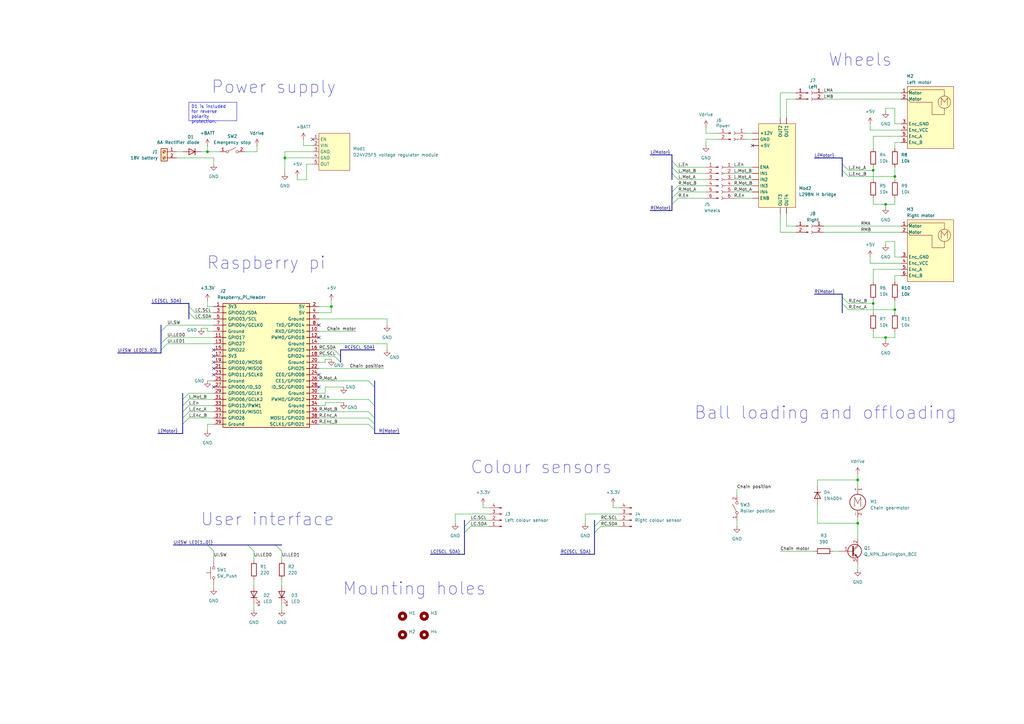
<source format=kicad_sch>
(kicad_sch (version 20231120) (generator "eeschema") (generator_version "8.0")
  (paper "A3")
  (title_block (title "Tennis ball collection robot schematic") (date "2024-08-11") (rev "V1.0.0") (company "Group E43, ECE4191, S2 2024"))
  (lib_symbols
    (symbol "Connector:Conn_01x02_Pin" (pin_names (offset 1.016) hide)
      (property "Reference" "J" (at 0 2.54 0))
      (property "Value" "Conn_01x02_Pin" (at 0 -5.08 0))
      (symbol "Conn_01x02_Pin_1_1"
        (pin passive line (at 5.08 0 180) (length 3.81) (name "Pin_1") (number "1"))
        (pin passive line (at 5.08 -2.54 180) (length 3.81) (name "Pin_2") (number "2"))
      )
    )
    (symbol "Connector:Conn_01x02_Socket" (pin_names (offset 1.016) hide)
      (property "Reference" "J" (at 0 2.54 0))
      (property "Value" "Conn_01x02_Socket" (at 0 -5.08 0))
      (symbol "Conn_01x02_Socket_1_1"
        (pin passive line (at -5.08 0 0) (length 3.81) (name "Pin_1") (number "1"))
        (pin passive line (at -5.08 -2.54 0) (length 3.81) (name "Pin_2") (number "2"))
      )
    )
    (symbol "Connector:Conn_01x04_Pin" (pin_names (offset 1.016) hide)
      (property "Reference" "J" (at 0 5.08 0))
      (property "Value" "Conn_01x04_Pin" (at 0 -7.62 0))
      (symbol "Conn_01x04_Pin_1_1"
        (pin passive line (at 5.08 2.54 180) (length 3.81) (name "Pin_1") (number "1"))
        (pin passive line (at 5.08 0 180) (length 3.81) (name "Pin_2") (number "2"))
        (pin passive line (at 5.08 -2.54 180) (length 3.81) (name "Pin_3") (number "3"))
        (pin passive line (at 5.08 -5.08 180) (length 3.81) (name "Pin_4") (number "4"))
      )
    )
    (symbol "Connector:Conn_01x06_Pin" (pin_names (offset 1.016) hide)
      (property "Reference" "J" (at 0 7.62 0))
      (property "Value" "Conn_01x06_Pin" (at 0 -10.16 0))
      (symbol "Conn_01x06_Pin_1_1"
        (pin passive line (at 5.08 5.08 180) (length 3.81) (name "Pin_1") (number "1"))
        (pin passive line (at 5.08 2.54 180) (length 3.81) (name "Pin_2") (number "2"))
        (pin passive line (at 5.08 0 180) (length 3.81) (name "Pin_3") (number "3"))
        (pin passive line (at 5.08 -2.54 180) (length 3.81) (name "Pin_4") (number "4"))
        (pin passive line (at 5.08 -5.08 180) (length 3.81) (name "Pin_5") (number "5"))
        (pin passive line (at 5.08 -7.62 180) (length 3.81) (name "Pin_6") (number "6"))
      )
    )
    (symbol "Connector:Conn_01x06_Socket" (pin_names (offset 1.016) hide)
      (property "Reference" "J" (at 0 7.62 0))
      (property "Value" "Conn_01x06_Socket" (at 0 -10.16 0))
      (symbol "Conn_01x06_Socket_1_1"
        (pin passive line (at -5.08 5.08 0) (length 3.81) (name "Pin_1") (number "1"))
        (pin passive line (at -5.08 2.54 0) (length 3.81) (name "Pin_2") (number "2"))
        (pin passive line (at -5.08 0 0) (length 3.81) (name "Pin_3") (number "3"))
        (pin passive line (at -5.08 -2.54 0) (length 3.81) (name "Pin_4") (number "4"))
        (pin passive line (at -5.08 -5.08 0) (length 3.81) (name "Pin_5") (number "5"))
        (pin passive line (at -5.08 -7.62 0) (length 3.81) (name "Pin_6") (number "6"))
      )
    )
    (symbol "Connector:Screw_Terminal_01x02" (pin_names (offset 1.016) hide)
      (property "Reference" "J" (at 0 2.54 0))
      (property "Value" "Screw_Terminal_01x02" (at 0 -5.08 0))
      (symbol "Screw_Terminal_01x02_1_1"
        (pin passive line (at -5.08 0 0) (length 3.81) (name "Pin_1") (number "1"))
        (pin passive line (at -5.08 -2.54 0) (length 3.81) (name "Pin_2") (number "2"))
      )
    )
    (symbol "Custom:L298N_Motor_Driver_H_Bridge" (on_board no)
      (property "Reference" "Mod" (at 1.27 -17.78 0))
      (property "Value" "L298N H bridge" (at 1.27 -20.32 0))
      (symbol "L298N_Motor_Driver_H_Bridge_1_1"
        (pin power_in line (at 30.48 2.54 270) (length 2.54) (name "+12V") (number ""))
        (pin bidirectional line (at 25.4 2.54 270) (length 2.54) (name "+5V") (number ""))
        (pin input line (at 16.51 2.54 270) (length 2.54) (name "ENA") (number ""))
        (pin input line (at 3.81 2.54 270) (length 2.54) (name "ENB") (number ""))
        (pin power_in line (at 27.94 2.54 270) (length 2.54) (name "GND") (number ""))
        (pin input line (at 13.97 2.54 270) (length 2.54) (name "IN1") (number ""))
        (pin input line (at 11.43 2.54 270) (length 2.54) (name "IN2") (number ""))
        (pin input line (at 8.89 2.54 270) (length 2.54) (name "IN3") (number ""))
        (pin input line (at 6.35 2.54 270) (length 2.54) (name "IN4") (number ""))
        (pin power_out line (at 36.83 -11.43 180) (length 2.54) (name "OUT1") (number ""))
        (pin power_out line (at 36.83 -8.89 180) (length 2.54) (name "OUT2") (number ""))
        (pin power_out line (at -2.54 -8.89 0) (length 2.54) (name "OUT3") (number ""))
        (pin power_out line (at -2.54 -11.43 0) (length 2.54) (name "OUT4") (number ""))
      )
    )
    (symbol "Custom:Pololu_D24V25F5_voltage_regulator_module"
      (property "Reference" "Mod" (at 0 2.032 0))
      (property "Value" "D24V25F5 voltage regulator module" (at 0 0 0))
      (symbol "Pololu_D24V25F5_voltage_regulator_module_1_1"
        (pin input line (at -8.89 -3.81 0) (length 2.54) (name "EN") (number "1"))
        (pin power_in line (at -8.89 -6.35 0) (length 2.54) (name "VIN") (number "2"))
        (pin power_in line (at -8.89 -8.89 0) (length 2.54) (name "GND") (number "3"))
        (pin power_out line (at -8.89 -11.43 0) (length 2.54) (name "GND") (number "4"))
        (pin power_out line (at -8.89 -13.97 0) (length 2.54) (name "OUT") (number "5"))
      )
    )
    (symbol "Custom:Pololu_gear_motor_with_encoder"
      (property "Reference" "M" (at 0 0.762 0))
      (property "Value" "Gearmotor with encoder" (at 0 -1.016 0))
      (symbol "Pololu_gear_motor_with_encoder_1_1"
        (pin power_in line (at -12.7 -5.08 0) (length 2.54) (name "Motor") (number "1"))
        (pin power_in line (at -12.7 -7.62 0) (length 2.54) (name "Motor") (number "2"))
        (pin power_in line (at -12.7 -17.78 0) (length 2.54) (name "Enc_GND") (number "3"))
        (pin power_in line (at -12.7 -20.32 0) (length 2.54) (name "Enc_VCC") (number "4"))
        (pin output line (at -12.7 -22.86 0) (length 2.54) (name "Enc_A") (number "5"))
        (pin output line (at -12.7 -25.4 0) (length 2.54) (name "Enc_B") (number "6"))
      )
    )
    (symbol "Device:D" (pin_numbers hide) (pin_names (offset 1.016) hide)
      (property "Reference" "D" (at 0 2.54 0))
      (property "Value" "D" (at 0 -2.54 0))
      (symbol "D_1_1"
        (pin passive line (at -3.81 0 0) (length 2.54) (name "K") (number "1"))
        (pin passive line (at 3.81 0 180) (length 2.54) (name "A") (number "2"))
      )
    )
    (symbol "Device:LED" (pin_numbers hide) (pin_names (offset 1.016) hide)
      (property "Reference" "D" (at 0 2.54 0))
      (property "Value" "LED" (at 0 -2.54 0))
      (symbol "LED_1_1"
        (pin passive line (at -3.81 0 0) (length 2.54) (name "K") (number "1"))
        (pin passive line (at 3.81 0 180) (length 2.54) (name "A") (number "2"))
      )
    )
    (symbol "Device:Q_NPN_Darlington_BCE" (pin_names (offset 0) hide)
      (property "Reference" "Q" (at 4.572 1.27 0))
      (property "Value" "Q_NPN_Darlington_BCE" (at 4.572 -1.27 0))
      (symbol "Q_NPN_Darlington_BCE_1_1"
        (pin input line (at -5.08 0 0) (length 5.715) (name "B") (number "1"))
        (pin passive line (at 2.54 5.08 270) (length 2.54) (name "C") (number "2"))
        (pin passive line (at 2.54 -5.08 90) (length 2.54) (name "E") (number "3"))
      )
    )
    (symbol "Device:R" (pin_numbers hide) (pin_names (offset 0))
      (property "Reference" "R" (at 2.032 0 90))
      (property "Value" "R" (at 0 0 90))
      (symbol "R_1_1"
        (pin passive line (at 0 3.81 270) (length 1.27) (name "~") (number "1"))
        (pin passive line (at 0 -3.81 90) (length 1.27) (name "~") (number "2"))
      )
    )
    (symbol "Diode:1N4004" (pin_numbers hide) (pin_names hide)
      (property "Reference" "D" (at 0 2.54 0))
      (property "Value" "1N4004" (at 0 -2.54 0))
      (symbol "1N4004_1_1"
        (pin passive line (at -3.81 0 0) (length 2.54) (name "K") (number "1"))
        (pin passive line (at 3.81 0 180) (length 2.54) (name "A") (number "2"))
      )
    )
    (symbol "Mechanical:MountingHole" (pin_names (offset 1.016)) (exclude_from_sim yes) (in_bom no)
      (property "Reference" "H" (at 0 5.08 0))
      (property "Value" "MountingHole" (at 0 3.175 0))
    )
    (symbol "Motor:Motor_DC" (pin_names (offset 0))
      (property "Reference" "M" (at 2.54 2.54 0))
      (property "Value" "Motor_DC" (at 2.54 -5.08 0))
      (symbol "Motor_DC_1_1"
        (pin passive line (at 0 5.08 270) (length 2.54) (name "+") (number "1"))
        (pin passive line (at 0 -7.62 90) (length 2.54) (name "-") (number "2"))
      )
    )
    (symbol "Switch:SW_Push" (pin_numbers hide) (pin_names (offset 1.016) hide)
      (property "Reference" "SW" (at 1.27 2.54 0))
      (property "Value" "SW_Push" (at 0 -1.524 0))
      (symbol "SW_Push_0_1"
        (pin passive line (at -5.08 0 0) (length 2.54) (name "1") (number "1"))
        (pin passive line (at 5.08 0 180) (length 2.54) (name "2") (number "2"))
      )
    )
    (symbol "Switch:SW_SPST" (pin_names (offset 0) hide)
      (property "Reference" "SW" (at 0 3.175 0))
      (property "Value" "SW_SPST" (at 0 -2.54 0))
      (symbol "SW_SPST_1_1"
        (pin passive line (at -5.08 0 0) (length 2.54) (name "A") (number "1"))
        (pin passive line (at 5.08 0 180) (length 2.54) (name "B") (number "2"))
      )
    )
    (symbol "WiringLoom-rescue:Raspberry_Pi_Header-ModulesPinOrder" (pin_names (offset 2.0066))
      (property "Reference" "J" (at 31.75 2.54 0))
      (property "Value" "Raspberry_Pi_Header-ModulesPinOrder" (at 17.78 -50.8 0))
      (symbol "Raspberry_Pi_Header-ModulesPinOrder_1_1"
        (pin power_out line (at -5.08 0 0) (length 3.81) (name "3V3") (number "1"))
        (pin bidirectional line (at 38.1 -10.16 180) (length 3.81) (name "RXD/GPIO15") (number "10"))
        (pin bidirectional line (at -5.08 -12.7 0) (length 3.81) (name "GPIO17") (number "11"))
        (pin bidirectional line (at 38.1 -12.7 180) (length 3.81) (name "PWM0/GPIO18") (number "12"))
        (pin bidirectional line (at -5.08 -15.24 0) (length 3.81) (name "GPIO27") (number "13"))
        (pin power_out line (at 38.1 -15.24 180) (length 3.81) (name "Ground") (number "14"))
        (pin bidirectional line (at -5.08 -17.78 0) (length 3.81) (name "GPIO22") (number "15"))
        (pin bidirectional line (at 38.1 -17.78 180) (length 3.81) (name "GPIO23") (number "16"))
        (pin power_out line (at -5.08 -20.32 0) (length 3.81) (name "3V3") (number "17"))
        (pin bidirectional line (at 38.1 -20.32 180) (length 3.81) (name "GPIO24") (number "18"))
        (pin bidirectional line (at -5.08 -22.86 0) (length 3.81) (name "GPIO10/MOSI0") (number "19"))
        (pin power_out line (at 38.1 0 180) (length 3.81) (name "5V") (number "2"))
        (pin power_out line (at 38.1 -22.86 180) (length 3.81) (name "Ground") (number "20"))
        (pin bidirectional line (at -5.08 -25.4 0) (length 3.81) (name "GPIO09/MISO0") (number "21"))
        (pin bidirectional line (at 38.1 -25.4 180) (length 3.81) (name "GPIO25") (number "22"))
        (pin bidirectional line (at -5.08 -27.94 0) (length 3.81) (name "GPIO11/SCLK0") (number "23"))
        (pin bidirectional line (at 38.1 -27.94 180) (length 3.81) (name "CE0/GPIO08") (number "24"))
        (pin power_out line (at -5.08 -30.48 0) (length 3.81) (name "Ground") (number "25"))
        (pin bidirectional line (at 38.1 -30.48 180) (length 3.81) (name "CE1/GPIO07") (number "26"))
        (pin bidirectional line (at -5.08 -33.02 0) (length 3.81) (name "GPIO00/ID_SD") (number "27"))
        (pin bidirectional line (at 38.1 -33.02 180) (length 3.81) (name "ID_SC/GPIO01") (number "28"))
        (pin bidirectional line (at -5.08 -35.56 0) (length 3.81) (name "GPIO05/GCLK1") (number "29"))
        (pin bidirectional line (at -5.08 -2.54 0) (length 3.81) (name "GPIO02/SDA") (number "3"))
        (pin power_out line (at 38.1 -35.56 180) (length 3.81) (name "Ground") (number "30"))
        (pin bidirectional line (at -5.08 -38.1 0) (length 3.81) (name "GPIO06/GCLK2") (number "31"))
        (pin bidirectional line (at 38.1 -38.1 180) (length 3.81) (name "PWM0/GPIO12") (number "32"))
        (pin bidirectional line (at -5.08 -40.64 0) (length 3.81) (name "GPIO13/PWM1") (number "33"))
        (pin power_out line (at 38.1 -40.64 180) (length 3.81) (name "Ground") (number "34"))
        (pin bidirectional line (at -5.08 -43.18 0) (length 3.81) (name "GPIO19/MISO1") (number "35"))
        (pin bidirectional line (at 38.1 -43.18 180) (length 3.81) (name "GPIO16") (number "36"))
        (pin bidirectional line (at -5.08 -45.72 0) (length 3.81) (name "GPIO26") (number "37"))
        (pin bidirectional line (at 38.1 -45.72 180) (length 3.81) (name "MOSI1/GPIO20") (number "38"))
        (pin power_out line (at -5.08 -48.26 0) (length 3.81) (name "Ground") (number "39"))
        (pin power_out line (at 38.1 -2.54 180) (length 3.81) (name "5V") (number "4"))
        (pin bidirectional line (at 38.1 -48.26 180) (length 3.81) (name "SCLK1/GPIO21") (number "40"))
        (pin bidirectional line (at -5.08 -5.08 0) (length 3.81) (name "GPIO03/SCL") (number "5"))
        (pin power_out line (at 38.1 -5.08 180) (length 3.81) (name "Ground") (number "6"))
        (pin bidirectional line (at -5.08 -7.62 0) (length 3.81) (name "GPIO04/GCLK0") (number "7"))
        (pin bidirectional line (at 38.1 -7.62 180) (length 3.81) (name "TXD/GPIO14") (number "8"))
        (pin power_out line (at -5.08 -10.16 0) (length 3.81) (name "Ground") (number "9"))
      )
    )
    (symbol "power:+3.3V" (power) (pin_numbers hide) (pin_names (offset 0) hide)
      (property "Value" "+3.3V" (at 0 3.556 0))
      (symbol "+3.3V_1_1"
        (pin power_in line (at 0 0 90) (length 0) (name "~") (number "1"))
      )
    )
    (symbol "power:+5V" (power) (pin_numbers hide) (pin_names (offset 0) hide)
      (property "Value" "+5V" (at 0 3.556 0))
      (symbol "+5V_1_1"
        (pin power_in line (at 0 0 90) (length 0) (name "~") (number "1"))
      )
    )
    (symbol "power:+BATT" (power) (pin_numbers hide) (pin_names (offset 0) hide)
      (property "Value" "+BATT" (at 0 3.556 0))
      (symbol "+BATT_1_1"
        (pin power_in line (at 0 0 90) (length 0) (name "~") (number "1"))
      )
    )
    (symbol "power:GND" (power) (pin_numbers hide) (pin_names (offset 0) hide)
      (property "Value" "GND" (at 0 -3.81 0))
      (symbol "GND_1_1"
        (pin power_in line (at 0 0 270) (length 0) (name "~") (number "1"))
      )
    )
    (symbol "power:Vdrive" (power) (pin_numbers hide) (pin_names (offset 0) hide)
      (property "Value" "Vdrive" (at 0 3.556 0))
      (symbol "Vdrive_1_1"
        (pin power_in line (at 0 0 90) (length 0) (name "~") (number "1"))
      )
    )
  )
  (bus_alias "I2C" (members "SDA" "SCL"))
  (bus_alias "Motor" (members "En" "Mot_A" "Mot_B" "Enc_A" "Enc_B"))
  (junction (at 85.09 62.23))
  (junction (at 351.79 214.63))
  (junction (at 358.14 69.85))
  (junction (at 135.89 125.73))
  (junction (at 116.84 64.77))
  (junction (at 358.14 124.46))
  (junction (at 363.22 138.43))
  (junction (at 367.03 127))
  (junction (at 351.79 196.85))
  (junction (at 363.22 83.82))
  (junction (at 367.03 72.39))
  (no_connect (at 87.63 151.13))
  (no_connect (at 128.27 57.15))
  (no_connect (at 130.81 133.35))
  (no_connect (at 87.63 158.75))
  (no_connect (at 130.81 158.75))
  (no_connect (at 130.81 153.67))
  (no_connect (at 87.63 146.05))
  (no_connect (at 87.63 143.51))
  (no_connect (at 87.63 153.67))
  (no_connect (at 130.81 138.43))
  (no_connect (at 87.63 148.59))
  (no_connect (at 308.61 59.69))
  (bus_entry (at 153.67 158.75) (size -2.54 -2.54))
  (bus_entry (at 77.47 125.73) (size 2.54 2.54))
  (bus_entry (at 74.93 168.91) (size 2.54 -2.54))
  (bus_entry (at 137.16 146.05) (size 2.54 2.54))
  (bus_entry (at 345.44 124.46) (size 2.54 2.54))
  (bus_entry (at 74.93 166.37) (size 2.54 -2.54))
  (bus_entry (at 153.67 171.45) (size -2.54 -2.54))
  (bus_entry (at 74.93 163.83) (size 2.54 -2.54))
  (bus_entry (at 66.04 143.51) (size 2.54 -2.54))
  (bus_entry (at 275.59 66.04) (size 2.54 2.54))
  (bus_entry (at 275.59 68.58) (size 2.54 2.54))
  (bus_entry (at 77.47 128.27) (size 2.54 2.54))
  (bus_entry (at 190.5 215.9) (size 2.54 -2.54))
  (bus_entry (at 66.04 135.89) (size 2.54 -2.54))
  (bus_entry (at 190.5 218.44) (size 2.54 -2.54))
  (bus_entry (at 345.44 69.85) (size 2.54 2.54))
  (bus_entry (at 243.84 218.44) (size 2.54 -2.54))
  (bus_entry (at 66.04 140.97) (size 2.54 -2.54))
  (bus_entry (at 275.59 78.74) (size 2.54 -2.54))
  (bus_entry (at 74.93 171.45) (size 2.54 -2.54))
  (bus_entry (at 74.93 173.99) (size 2.54 -2.54))
  (bus_entry (at 275.59 81.28) (size 2.54 -2.54))
  (bus_entry (at 275.59 71.12) (size 2.54 2.54))
  (bus_entry (at 153.67 173.99) (size -2.54 -2.54))
  (bus_entry (at 101.6 223.52) (size 2.54 2.54))
  (bus_entry (at 153.67 176.53) (size -2.54 -2.54))
  (bus_entry (at 153.67 166.37) (size -2.54 -2.54))
  (bus_entry (at 275.59 83.82) (size 2.54 -2.54))
  (bus_entry (at 113.03 223.52) (size 2.54 2.54))
  (bus_entry (at 85.09 223.52) (size 2.54 2.54))
  (bus_entry (at 345.44 67.31) (size 2.54 2.54))
  (bus_entry (at 345.44 121.92) (size 2.54 2.54))
  (bus_entry (at 137.16 143.51) (size 2.54 2.54))
  (bus_entry (at 243.84 215.9) (size 2.54 -2.54))
  (wire (pts (xy 133.35 165.1) (xy 140.97 165.1)))
  (wire (pts (xy 133.35 158.75) (xy 133.35 161.29)))
  (wire (pts (xy 115.57 237.49) (xy 115.57 240.03)))
  (wire (pts (xy 335.28 207.01) (xy 335.28 214.63)))
  (wire (pts (xy 367.03 44.45) (xy 367.03 50.8)))
  (bus (pts (xy 153.67 173.99) (xy 153.67 176.53)))
  (wire (pts (xy 130.81 130.81) (xy 158.75 130.81)))
  (wire (pts (xy 87.63 226.06) (xy 87.63 229.87)))
  (wire (pts (xy 278.13 73.66) (xy 289.56 73.66)))
  (wire (pts (xy 367.03 99.06) (xy 367.03 105.41)))
  (wire (pts (xy 347.98 69.85) (xy 358.14 69.85)))
  (wire (pts (xy 337.82 38.1) (xy 369.57 38.1)))
  (wire (pts (xy 367.03 105.41) (xy 369.57 105.41)))
  (wire (pts (xy 82.55 62.23) (xy 85.09 62.23)))
  (wire (pts (xy 300.99 78.74) (xy 308.61 78.74)))
  (bus (pts (xy 275.59 68.58) (xy 275.59 66.04)))
  (wire (pts (xy 369.57 113.03) (xy 367.03 113.03)))
  (bus (pts (xy 66.04 140.97) (xy 66.04 135.89)))
  (wire (pts (xy 130.81 140.97) (xy 158.75 140.97)))
  (wire (pts (xy 85.09 59.69) (xy 85.09 62.23)))
  (bus (pts (xy 345.44 124.46) (xy 345.44 128.27)))
  (wire (pts (xy 369.57 55.88) (xy 358.14 55.88)))
  (wire (pts (xy 278.13 76.2) (xy 289.56 76.2)))
  (wire (pts (xy 128.27 59.69) (xy 124.46 59.69)))
  (wire (pts (xy 104.14 226.06) (xy 104.14 229.87)))
  (wire (pts (xy 322.58 87.63) (xy 322.58 92.71)))
  (bus (pts (xy 62.23 124.46) (xy 77.47 124.46)))
  (wire (pts (xy 322.58 40.64) (xy 322.58 48.26)))
  (wire (pts (xy 278.13 78.74) (xy 289.56 78.74)))
  (wire (pts (xy 300.99 68.58) (xy 308.61 68.58)))
  (wire (pts (xy 289.56 54.61) (xy 294.64 54.61)))
  (wire (pts (xy 85.09 156.21) (xy 87.63 156.21)))
  (wire (pts (xy 302.26 200.66) (xy 302.26 203.2)))
  (bus (pts (xy 74.93 168.91) (xy 74.93 171.45)))
  (bus (pts (xy 334.01 120.65) (xy 345.44 120.65)))
  (wire (pts (xy 363.22 83.82) (xy 367.03 83.82)))
  (wire (pts (xy 130.81 151.13) (xy 157.48 151.13)))
  (bus (pts (xy 229.87 227.33) (xy 243.84 227.33)))
  (bus (pts (xy 345.44 121.92) (xy 345.44 124.46)))
  (wire (pts (xy 320.04 226.06) (xy 334.01 226.06)))
  (wire (pts (xy 363.22 138.43) (xy 358.14 138.43)))
  (bus (pts (xy 190.5 213.36) (xy 190.5 215.9)))
  (wire (pts (xy 85.09 134.62) (xy 85.09 135.89)))
  (bus (pts (xy 266.7 86.36) (xy 275.59 86.36)))
  (wire (pts (xy 87.63 240.03) (xy 87.63 241.3)))
  (wire (pts (xy 130.81 135.89) (xy 146.05 135.89)))
  (bus (pts (xy 74.93 163.83) (xy 74.93 166.37)))
  (wire (pts (xy 193.04 215.9) (xy 200.66 215.9)))
  (wire (pts (xy 72.39 64.77) (xy 87.63 64.77)))
  (wire (pts (xy 358.14 110.49) (xy 358.14 115.57)))
  (wire (pts (xy 308.61 57.15) (xy 306.07 57.15)))
  (bus (pts (xy 243.84 218.44) (xy 243.84 227.33)))
  (wire (pts (xy 358.14 81.28) (xy 358.14 83.82)))
  (wire (pts (xy 363.22 99.06) (xy 367.03 99.06)))
  (wire (pts (xy 116.84 62.23) (xy 116.84 64.77)))
  (wire (pts (xy 77.47 171.45) (xy 87.63 171.45)))
  (wire (pts (xy 158.75 143.51) (xy 158.75 140.97)))
  (bus (pts (xy 190.5 215.9) (xy 190.5 218.44)))
  (wire (pts (xy 367.03 113.03) (xy 367.03 115.57)))
  (wire (pts (xy 140.97 158.75) (xy 133.35 158.75)))
  (wire (pts (xy 358.14 135.89) (xy 358.14 138.43)))
  (wire (pts (xy 367.03 50.8) (xy 369.57 50.8)))
  (wire (pts (xy 85.09 176.53) (xy 85.09 173.99)))
  (bus (pts (xy 139.7 146.05) (xy 139.7 148.59)))
  (wire (pts (xy 294.64 57.15) (xy 289.56 57.15)))
  (wire (pts (xy 351.79 214.63) (xy 351.79 220.98)))
  (wire (pts (xy 158.75 133.35) (xy 158.75 130.81)))
  (bus (pts (xy 345.44 69.85) (xy 345.44 72.39)))
  (bus (pts (xy 153.67 176.53) (xy 153.67 177.8)))
  (wire (pts (xy 356.87 53.34) (xy 369.57 53.34)))
  (wire (pts (xy 72.39 62.23) (xy 74.93 62.23)))
  (wire (pts (xy 347.98 124.46) (xy 358.14 124.46)))
  (bus (pts (xy 176.53 227.33) (xy 190.5 227.33)))
  (wire (pts (xy 326.39 38.1) (xy 320.04 38.1)))
  (wire (pts (xy 351.79 231.14) (xy 351.79 233.68)))
  (bus (pts (xy 74.93 171.45) (xy 74.93 173.99)))
  (wire (pts (xy 130.81 173.99) (xy 151.13 173.99)))
  (wire (pts (xy 130.81 161.29) (xy 133.35 161.29)))
  (wire (pts (xy 130.81 143.51) (xy 137.16 143.51)))
  (bus (pts (xy 77.47 130.81) (xy 77.47 128.27)))
  (wire (pts (xy 358.14 83.82) (xy 363.22 83.82)))
  (wire (pts (xy 87.63 125.73) (xy 85.09 125.73)))
  (wire (pts (xy 104.14 237.49) (xy 104.14 240.03)))
  (wire (pts (xy 300.99 76.2) (xy 308.61 76.2)))
  (bus (pts (xy 163.83 177.8) (xy 153.67 177.8)))
  (wire (pts (xy 80.01 128.27) (xy 87.63 128.27)))
  (wire (pts (xy 326.39 40.64) (xy 322.58 40.64)))
  (wire (pts (xy 133.35 166.37) (xy 130.81 166.37)))
  (wire (pts (xy 130.81 171.45) (xy 151.13 171.45)))
  (wire (pts (xy 337.82 40.64) (xy 369.57 40.64)))
  (wire (pts (xy 363.22 45.72) (xy 363.22 44.45)))
  (wire (pts (xy 320.04 95.25) (xy 326.39 95.25)))
  (bus (pts (xy 77.47 128.27) (xy 77.47 125.73)))
  (wire (pts (xy 68.58 133.35) (xy 87.63 133.35)))
  (bus (pts (xy 74.93 166.37) (xy 74.93 168.91)))
  (wire (pts (xy 358.14 69.85) (xy 358.14 68.58)))
  (wire (pts (xy 130.81 156.21) (xy 151.13 156.21)))
  (wire (pts (xy 246.38 213.36) (xy 254 213.36)))
  (bus (pts (xy 66.04 143.51) (xy 66.04 140.97)))
  (bus (pts (xy 48.26 144.78) (xy 66.04 144.78)))
  (bus (pts (xy 345.44 67.31) (xy 345.44 69.85)))
  (wire (pts (xy 105.41 62.23) (xy 100.33 62.23)))
  (bus (pts (xy 139.7 143.51) (xy 139.7 146.05)))
  (wire (pts (xy 133.35 165.1) (xy 133.35 166.37)))
  (wire (pts (xy 130.81 168.91) (xy 151.13 168.91)))
  (bus (pts (xy 275.59 83.82) (xy 275.59 86.36)))
  (wire (pts (xy 128.27 67.31) (xy 125.73 67.31)))
  (wire (pts (xy 115.57 247.65) (xy 115.57 250.19)))
  (wire (pts (xy 358.14 55.88) (xy 358.14 60.96)))
  (wire (pts (xy 121.92 72.39) (xy 121.92 73.66)))
  (bus (pts (xy 243.84 213.36) (xy 243.84 215.9)))
  (wire (pts (xy 68.58 140.97) (xy 87.63 140.97)))
  (wire (pts (xy 358.14 124.46) (xy 358.14 123.19)))
  (wire (pts (xy 198.12 208.28) (xy 198.12 207.01)))
  (wire (pts (xy 367.03 68.58) (xy 367.03 72.39)))
  (wire (pts (xy 369.57 110.49) (xy 358.14 110.49)))
  (wire (pts (xy 356.87 107.95) (xy 369.57 107.95)))
  (bus (pts (xy 345.44 67.31) (xy 345.44 64.77)))
  (wire (pts (xy 347.98 127) (xy 367.03 127)))
  (wire (pts (xy 356.87 105.41) (xy 356.87 107.95)))
  (wire (pts (xy 326.39 92.71) (xy 322.58 92.71)))
  (wire (pts (xy 367.03 128.27) (xy 367.03 127)))
  (wire (pts (xy 133.35 148.59) (xy 130.81 148.59)))
  (bus (pts (xy 190.5 218.44) (xy 190.5 227.33)))
  (wire (pts (xy 77.47 161.29) (xy 87.63 161.29)))
  (wire (pts (xy 130.81 146.05) (xy 137.16 146.05)))
  (bus (pts (xy 275.59 78.74) (xy 275.59 81.28)))
  (bus (pts (xy 275.59 81.28) (xy 275.59 83.82)))
  (wire (pts (xy 135.89 128.27) (xy 135.89 125.73)))
  (wire (pts (xy 85.09 173.99) (xy 87.63 173.99)))
  (wire (pts (xy 337.82 92.71) (xy 369.57 92.71)))
  (wire (pts (xy 347.98 72.39) (xy 367.03 72.39)))
  (wire (pts (xy 320.04 38.1) (xy 320.04 48.26)))
  (wire (pts (xy 200.66 210.82) (xy 186.69 210.82)))
  (wire (pts (xy 130.81 128.27) (xy 135.89 128.27)))
  (wire (pts (xy 341.63 226.06) (xy 344.17 226.06)))
  (wire (pts (xy 125.73 67.31) (xy 125.73 73.66)))
  (wire (pts (xy 278.13 71.12) (xy 289.56 71.12)))
  (bus (pts (xy 74.93 161.29) (xy 74.93 163.83)))
  (wire (pts (xy 85.09 135.89) (xy 87.63 135.89)))
  (wire (pts (xy 289.56 57.15) (xy 289.56 59.69)))
  (wire (pts (xy 367.03 58.42) (xy 367.03 60.96)))
  (bus (pts (xy 74.93 173.99) (xy 74.93 177.8)))
  (wire (pts (xy 193.04 213.36) (xy 200.66 213.36)))
  (wire (pts (xy 77.47 163.83) (xy 87.63 163.83)))
  (wire (pts (xy 278.13 81.28) (xy 289.56 81.28)))
  (wire (pts (xy 356.87 50.8) (xy 356.87 53.34)))
  (wire (pts (xy 135.89 125.73) (xy 130.81 125.73)))
  (wire (pts (xy 254 210.82) (xy 240.03 210.82)))
  (wire (pts (xy 254 208.28) (xy 251.46 208.28)))
  (bus (pts (xy 243.84 215.9) (xy 243.84 218.44)))
  (bus (pts (xy 153.67 156.21) (xy 153.67 158.75)))
  (wire (pts (xy 320.04 87.63) (xy 320.04 95.25)))
  (bus (pts (xy 266.7 63.5) (xy 275.59 63.5)))
  (wire (pts (xy 130.81 163.83) (xy 151.13 163.83)))
  (wire (pts (xy 358.14 69.85) (xy 358.14 73.66)))
  (bus (pts (xy 66.04 133.35) (xy 66.04 135.89)))
  (bus (pts (xy 275.59 71.12) (xy 275.59 68.58)))
  (bus (pts (xy 345.44 121.92) (xy 345.44 120.65)))
  (wire (pts (xy 85.09 125.73) (xy 85.09 123.19)))
  (wire (pts (xy 351.79 194.31) (xy 351.79 196.85)))
  (bus (pts (xy 101.6 223.52) (xy 113.03 223.52)))
  (wire (pts (xy 135.89 123.19) (xy 135.89 125.73)))
  (wire (pts (xy 85.09 62.23) (xy 90.17 62.23)))
  (wire (pts (xy 351.79 212.09) (xy 351.79 214.63)))
  (wire (pts (xy 369.57 58.42) (xy 367.03 58.42)))
  (bus (pts (xy 275.59 73.66) (xy 275.59 71.12)))
  (wire (pts (xy 289.56 52.07) (xy 289.56 54.61)))
  (wire (pts (xy 358.14 124.46) (xy 358.14 128.27)))
  (wire (pts (xy 105.41 59.69) (xy 105.41 62.23)))
  (wire (pts (xy 186.69 210.82) (xy 186.69 214.63)))
  (wire (pts (xy 300.99 73.66) (xy 308.61 73.66)))
  (wire (pts (xy 77.47 168.91) (xy 87.63 168.91)))
  (wire (pts (xy 363.22 138.43) (xy 363.22 139.7)))
  (wire (pts (xy 363.22 83.82) (xy 363.22 85.09)))
  (bus (pts (xy 66.04 144.78) (xy 66.04 143.51)))
  (wire (pts (xy 80.01 130.81) (xy 87.63 130.81)))
  (wire (pts (xy 87.63 64.77) (xy 87.63 67.31)))
  (wire (pts (xy 116.84 64.77) (xy 116.84 71.12)))
  (wire (pts (xy 251.46 208.28) (xy 251.46 207.01)))
  (wire (pts (xy 337.82 95.25) (xy 369.57 95.25)))
  (wire (pts (xy 306.07 54.61) (xy 308.61 54.61)))
  (bus (pts (xy 85.09 223.52) (xy 101.6 223.52)))
  (bus (pts (xy 153.67 166.37) (xy 153.67 171.45)))
  (wire (pts (xy 335.28 196.85) (xy 351.79 196.85)))
  (bus (pts (xy 153.67 158.75) (xy 153.67 166.37)))
  (wire (pts (xy 124.46 59.69) (xy 124.46 57.15)))
  (wire (pts (xy 82.55 134.62) (xy 85.09 134.62)))
  (bus (pts (xy 77.47 125.73) (xy 77.47 124.46)))
  (wire (pts (xy 246.38 215.9) (xy 254 215.9)))
  (wire (pts (xy 240.03 210.82) (xy 240.03 214.63)))
  (wire (pts (xy 133.35 147.32) (xy 135.89 147.32)))
  (wire (pts (xy 68.58 138.43) (xy 87.63 138.43)))
  (wire (pts (xy 367.03 81.28) (xy 367.03 83.82)))
  (wire (pts (xy 351.79 196.85) (xy 351.79 199.39)))
  (bus (pts (xy 71.12 223.52) (xy 85.09 223.52)))
  (wire (pts (xy 200.66 208.28) (xy 198.12 208.28)))
  (wire (pts (xy 77.47 166.37) (xy 87.63 166.37)))
  (wire (pts (xy 363.22 100.33) (xy 363.22 99.06)))
  (bus (pts (xy 139.7 143.51) (xy 153.67 143.51)))
  (wire (pts (xy 367.03 72.39) (xy 367.03 73.66)))
  (wire (pts (xy 104.14 247.65) (xy 104.14 250.19)))
  (wire (pts (xy 367.03 135.89) (xy 367.03 138.43)))
  (wire (pts (xy 302.26 213.36) (xy 302.26 215.9)))
  (wire (pts (xy 363.22 44.45) (xy 367.03 44.45)))
  (bus (pts (xy 113.03 223.52) (xy 115.57 223.52)))
  (bus (pts (xy 153.67 171.45) (xy 153.67 173.99)))
  (wire (pts (xy 367.03 123.19) (xy 367.03 127)))
  (wire (pts (xy 116.84 64.77) (xy 128.27 64.77)))
  (wire (pts (xy 300.99 71.12) (xy 308.61 71.12)))
  (wire (pts (xy 335.28 199.39) (xy 335.28 196.85)))
  (bus (pts (xy 334.01 64.77) (xy 345.44 64.77)))
  (wire (pts (xy 300.99 81.28) (xy 308.61 81.28)))
  (wire (pts (xy 278.13 68.58) (xy 289.56 68.58)))
  (wire (pts (xy 125.73 73.66) (xy 121.92 73.66)))
  (wire (pts (xy 133.35 147.32) (xy 133.35 148.59)))
  (wire (pts (xy 367.03 138.43) (xy 363.22 138.43)))
  (wire (pts (xy 115.57 226.06) (xy 115.57 229.87)))
  (bus (pts (xy 64.77 177.8) (xy 74.93 177.8)))
  (bus (pts (xy 275.59 76.2) (xy 275.59 78.74)))
  (wire (pts (xy 128.27 62.23) (xy 116.84 62.23)))
  (wire (pts (xy 335.28 214.63) (xy 351.79 214.63)))
  (bus (pts (xy 275.59 66.04) (xy 275.59 63.5)))
  (text_box "D1 is included for reverse polarity protection." (at 77.47 41.91 0) (size 19.685 7.62) (effects (font (size 1.27 1.27)) (justify left top)))
  (text "Raspberry pi" (at 109.22 107.95 0) (effects (font (size 5.12 5.12))))
  (text "User interface" (at 109.728 213.106 0) (effects (font (size 5.12 5.12))))
  (text "Ball loading and offloading" (at 338.582 169.418 0) (effects (font (size 5.12 5.12))))
  (text "Wheels" (at 352.806 24.638 0) (effects (font (size 5.12 5.12))))
  (text "Colour sensors" (at 221.996 191.77 0) (effects (font (size 5.12 5.12))))
  (text "Mounting holes" (at 169.926 241.554 0) (effects (font (size 5.12 5.12))))
  (text "Power supply" (at 112.268 35.814 0) (effects (font (size 5.12 5.12))))
  (label "UI.LED1" (at 68.58 140.97 0))
  (label "UI.LED0" (at 68.58 138.43 0))
  (label "L.Mot_A" (at 300.99 73.66 0))
  (label "L{Motor}" (at 64.77 177.8 0))
  (label "RMB" (at 353.06 95.25 0))
  (label "L.Enc_A" (at 347.98 69.85 0))
  (label "LC{SCL SDA}" (at 62.23 124.46 0))
  (label "RMA" (at 353.06 92.71 0))
  (label "RC.SCL" (at 246.38 213.36 0))
  (label "R{Motor}" (at 163.83 177.8 180))
  (label "UI.SW" (at 87.63 228.6 0))
  (label "L.Enc_A" (at 77.47 168.91 0))
  (label "L{Motor}" (at 266.7 63.5 0))
  (label "RC.SDA" (at 130.81 143.51 0))
  (label "UI.SW" (at 68.58 133.35 0))
  (label "UI{SW LED[3..0]}" (at 48.26 144.78 0))
  (label "UI.LED0" (at 104.14 228.6 0))
  (label "R.En" (at 300.99 81.28 0))
  (label "LMB" (at 337.82 40.64 0))
  (label "L.En" (at 300.99 68.58 0))
  (label "L.Mot_B" (at 278.13 71.12 0))
  (label "UI.LED1" (at 115.57 228.6 0))
  (label "R.Enc_B" (at 347.98 124.46 0))
  (label "R.Mot_A" (at 300.99 78.74 0))
  (label "LC.SCL" (at 80.01 128.27 0))
  (label "R.Enc_A" (at 130.81 171.45 0))
  (label "R.En" (at 130.81 163.83 0))
  (label "LMA" (at 337.82 38.1 0))
  (label "LC{SCL SDA}" (at 176.53 227.33 0))
  (label "L.Enc_B" (at 77.47 171.45 0))
  (label "R.Mot_B" (at 130.81 168.91 0))
  (label "L.Mot_B" (at 300.99 71.12 0))
  (label "L.En" (at 278.13 68.58 0))
  (label "L.Mot_A" (at 278.13 73.66 0))
  (label "RC{SCL SDA}" (at 153.67 143.51 180))
  (label "R.Mot_B" (at 300.99 76.2 0))
  (label "R.Mot_A" (at 130.81 156.21 0))
  (label "RC.SCL" (at 130.81 146.05 0))
  (label "R.En" (at 278.13 81.28 0))
  (label "LC.SDA" (at 193.04 215.9 0))
  (label "L.Enc_B" (at 347.98 72.39 0))
  (label "Chain motor" (at 146.05 135.89 180))
  (label "R.Enc_B" (at 130.81 173.99 0))
  (label "R{Motor}" (at 266.7 86.36 0))
  (label "RC{SCL SDA}" (at 229.87 227.33 0))
  (label "Chain position" (at 157.48 151.13 180))
  (label "UI{SW LED[1..0]}" (at 71.12 223.52 0))
  (label "L.En" (at 77.47 166.37 0))
  (label "R.Mot_A" (at 278.13 78.74 0))
  (label "R{Motor}" (at 334.01 120.65 0))
  (label "R.Enc_A" (at 347.98 127 0))
  (label "LC.SDA" (at 80.01 130.81 0))
  (label "Chain motor" (at 320.04 226.06 0))
  (label "Chain position" (at 302.26 200.66 0))
  (label "R.Mot_B" (at 278.13 76.2 0))
  (label "RC.SDA" (at 246.38 215.9 0))
  (label "L.Mot_B" (at 77.47 163.83 0))
  (label "L{Motor}" (at 334.01 64.77 0))
  (label "LC.SCL" (at 193.04 213.36 0))
  (symbol (lib_id "Device:R") (at 104.14 233.68 0) (unit 1)
    (property "Reference" "R1" (at 106.68 232.4099 0) (effects (justify left)))
    (property "Value" "220" (at 106.68 234.9499 0) (effects (justify left)))
    (property "Footprint" "Resistor_THT:R_Axial_DIN0411_L9.9mm_D3.6mm_P12.70mm_Horizontal" (effects (hide yes)))
    (property "Description" "Resistor" (effects (hide yes)))
  )
  (symbol (lib_id "Device:Q_NPN_Darlington_BCE") (at 349.25 226.06 0) (unit 1)
    (property "Reference" "Q1" (at 354.33 224.7899 0) (effects (justify left)))
    (property "Value" "Q_NPN_Darlington_BCE" (at 354.33 227.3299 0) (effects (justify left)))
    (property "Footprint" "Package_TO_SOT_THT:TO-220-3_Vertical" (effects (hide yes)))
    (property "Description" "NPN Darlington transistor, base/collector/emitter" (effects (hide yes)))
  )
  (symbol (lib_id "Connector:Conn_01x02_Socket") (at 300.99 54.61 0) (mirror y) (unit 1) (in_bom no) (on_board no)
    (property "Reference" "#2" (effects (hide yes)))
    (property "Value" "Conn_01x02_Socket" (effects (hide yes)))
    (property "Description" "Generic connector, single row, 01x02, script generated" (effects (hide yes)))
  )
  (symbol (lib_id "Diode:1N4004") (at 335.28 203.2 270) (unit 1)
    (property "Reference" "D4" (at 337.82 201.9299 90) (effects (justify left)))
    (property "Value" "1N4004" (at 337.82 204.4699 90) (effects (justify left)))
    (property "Footprint" "Diode_THT:D_DO-41_SOD81_P10.16mm_Horizontal" (effects (hide yes)))
    (property "Datasheet" "http://www.vishay.com/docs/88503/1n4001.pdf" (effects (hide yes)))
    (property "Description" "400V 1A General Purpose Rectifier Diode, DO-41" (effects (hide yes)))
    (property "Sim.Device" "D" (effects (hide yes)))
    (property "Sim.Pins" "1=K 2=A" (effects (hide yes)))
  )
  (symbol (lib_id "power:GND") (at 302.26 215.9 0) (unit 1)
    (property "Reference" "#PWR026" (effects (hide yes)))
    (property "Value" "GND" (at 302.26 220.98 0))
    (property "Description" "Power symbol creates a global label with name \"GND\" , ground" (effects (hide yes)))
  )
  (symbol (lib_id "power:+BATT") (at 124.46 57.15 0) (unit 1)
    (property "Reference" "#PWR013" (effects (hide yes)))
    (property "Value" "+BATT" (at 124.46 52.07 0))
    (property "Description" "Power symbol creates a global label with name \"+BATT\"" (effects (hide yes)))
  )
  (symbol (lib_id "Device:R") (at 367.03 64.77 0) (unit 1)
    (property "Reference" "R8" (at 369.57 63.4999 0) (effects (justify left)))
    (property "Value" "10k" (at 369.57 66.0399 0) (effects (justify left)))
    (property "Footprint" "Resistor_THT:R_Axial_DIN0411_L9.9mm_D3.6mm_P7.62mm_Vertical" (effects (hide yes)))
    (property "Description" "Resistor" (effects (hide yes)))
  )
  (symbol (lib_id "Switch:SW_Push") (at 87.63 234.95 90) (unit 1)
    (property "Reference" "SW1" (at 88.9 233.6799 90) (effects (justify right)))
    (property "Value" "SW_Push" (at 88.9 236.2199 90) (effects (justify right)))
    (property "Footprint" "Button_Switch_THT:SW_PUSH_6mm" (effects (hide yes)))
    (property "Description" "Push button switch, generic, two pins" (effects (hide yes)))
  )
  (symbol (lib_id "power:GND") (at 135.89 147.32 0) (unit 1)
    (property "Reference" "#PWR014" (effects (hide yes)))
    (property "Value" "GND" (at 138.938 149.86 0))
    (property "Description" "Power symbol creates a global label with name \"GND\" , ground" (effects (hide yes)))
  )
  (symbol (lib_id "power:GND") (at 363.22 85.09 0) (unit 1)
    (property "Reference" "#PWR032" (effects (hide yes)))
    (property "Value" "GND" (at 363.22 90.17 0))
    (property "Description" "Power symbol creates a global label with name \"GND\" , ground" (effects (hide yes)))
  )
  (symbol (lib_id "Device:R") (at 358.14 132.08 0) (unit 1)
    (property "Reference" "R7" (at 360.68 130.8099 0) (effects (justify left)))
    (property "Value" "10k" (at 360.68 133.3499 0) (effects (justify left)))
    (property "Footprint" "Resistor_THT:R_Axial_DIN0309_L9.0mm_D3.2mm_P2.54mm_Vertical" (effects (hide yes)))
    (property "Description" "Resistor" (effects (hide yes)))
  )
  (symbol (lib_id "Connector:Conn_01x04_Pin") (at 259.08 213.36 180) (unit 1)
    (property "Reference" "J4" (at 260.35 210.8199 0) (effects (justify right)))
    (property "Value" "Right colour sensor" (at 260.35 213.3599 0) (effects (justify right)))
    (property "Footprint" "Connector_PinHeader_2.54mm:PinHeader_1x04_P2.54mm_Vertical" (effects (hide yes)))
    (property "Description" "Generic connector, single row, 01x04, script generated" (effects (hide yes)))
  )
  (symbol (lib_id "Custom:Pololu_gear_motor_with_encoder") (at 382.27 33.02 0) (unit 1)
    (property "Reference" "M2" (at 371.856 31.242 0) (effects (justify left)))
    (property "Value" "Left motor" (at 371.856 33.782 0) (effects (justify left)))
    (property "Footprint" "Connector_PinHeader_2.54mm:PinHeader_1x06_P2.54mm_Vertical" (effects (hide yes)))
  )
  (symbol (lib_id "Mechanical:MountingHole") (at 173.99 260.35 0) (unit 1) (exclude_from_sim yes) (in_bom no)
    (property "Reference" "H4" (at 176.53 259.0799 0) (effects (justify left)))
    (property "Value" "MountingHole" (effects (hide yes)))
    (property "Footprint" "MountingHole:MountingHole_3.2mm_M3" (effects (hide yes)))
    (property "Description" "Mounting Hole without connection" (effects (hide yes)))
  )
  (symbol (lib_id "power:+5V") (at 121.92 72.39 0) (unit 1)
    (property "Reference" "#PWR012" (effects (hide yes)))
    (property "Value" "+5V" (at 121.92 67.31 0))
    (property "Description" "Power symbol creates a global label with name \"+5V\"" (effects (hide yes)))
  )
  (symbol (lib_id "Device:R") (at 358.14 77.47 0) (unit 1)
    (property "Reference" "R5" (at 360.68 76.1999 0) (effects (justify left)))
    (property "Value" "10k" (at 360.68 78.7399 0) (effects (justify left)))
    (property "Footprint" "Resistor_THT:R_Axial_DIN0207_L6.3mm_D2.5mm_P2.54mm_Vertical" (effects (hide yes)))
    (property "Description" "Resistor" (effects (hide yes)))
  )
  (symbol (lib_id "Device:R") (at 358.14 64.77 0) (unit 1)
    (property "Reference" "R4" (at 360.68 63.4999 0) (effects (justify left)))
    (property "Value" "10k" (at 360.68 66.0399 0) (effects (justify left)))
    (property "Footprint" "Resistor_THT:R_Axial_DIN0411_L9.9mm_D3.6mm_P7.62mm_Vertical" (effects (hide yes)))
    (property "Description" "Resistor" (effects (hide yes)))
  )
  (symbol (lib_id "power:+5V") (at 356.87 50.8 0) (unit 1)
    (property "Reference" "#PWR029" (effects (hide yes)))
    (property "Value" "+5V" (at 356.87 45.72 0))
    (property "Description" "Power symbol creates a global label with name \"+5V\"" (effects (hide yes)))
  )
  (symbol (lib_id "Mechanical:MountingHole") (at 165.1 252.73 0) (unit 1) (exclude_from_sim yes) (in_bom no)
    (property "Reference" "H1" (at 167.64 251.4599 0) (effects (justify left)))
    (property "Value" "MountingHole" (effects (hide yes)))
    (property "Footprint" "MountingHole:MountingHole_3.2mm_M3" (effects (hide yes)))
    (property "Description" "Mounting Hole without connection" (effects (hide yes)))
  )
  (symbol (lib_id "Motor:Motor_DC") (at 351.79 204.47 0) (unit 1) (on_board no)
    (property "Reference" "M1" (at 356.87 205.7399 0) (effects (justify left)))
    (property "Value" "Chain gearmotor" (at 356.87 208.2799 0) (effects (justify left)))
    (property "Footprint" "TerminalBlock_Phoenix:TerminalBlock_Phoenix_MKDS-1,5-2_1x02_P5.00mm_Horizontal" (effects (hide yes)))
    (property "Description" "DC Motor" (effects (hide yes)))
  )
  (symbol (lib_id "Connector:Conn_01x06_Pin") (at 294.64 73.66 0) (mirror y) (unit 1)
    (property "Reference" "J5" (at 288.798 83.82 0) (effects (justify right)))
    (property "Value" "Wheels" (at 288.798 86.36 0) (effects (justify right)))
    (property "Footprint" "Connector_PinHeader_2.54mm:PinHeader_1x06_P2.54mm_Vertical" (effects (hide yes)))
    (property "Description" "Generic connector, single row, 01x06, script generated" (effects (hide yes)))
  )
  (symbol (lib_id "power:+5V") (at 135.89 123.19 0) (unit 1)
    (property "Reference" "#PWR015" (effects (hide yes)))
    (property "Value" "+5V" (at 135.89 118.11 0))
    (property "Description" "Power symbol creates a global label with name \"+5V\"" (effects (hide yes)))
  )
  (symbol (lib_id "power:GND") (at 87.63 67.31 0) (unit 1)
    (property "Reference" "#PWR06" (effects (hide yes)))
    (property "Value" "GND" (at 87.63 72.39 0))
    (property "Description" "Power symbol creates a global label with name \"GND\" , ground" (effects (hide yes)))
  )
  (symbol (lib_id "power:GND") (at 363.22 139.7 0) (unit 1)
    (property "Reference" "#PWR034" (effects (hide yes)))
    (property "Value" "GND" (at 363.22 144.78 0))
    (property "Description" "Power symbol creates a global label with name \"GND\" , ground" (effects (hide yes)))
  )
  (symbol (lib_id "Device:D") (at 78.74 62.23 180) (unit 1)
    (property "Reference" "D1" (at 78.232 56.134 0))
    (property "Value" "6A Rectifier diode" (at 73.152 58.42 0))
    (property "Footprint" "Diode_THT:D_DO-201_P15.24mm_Horizontal" (effects (hide yes)))
    (property "Description" "Diode" (effects (hide yes)))
    (property "Sim.Device" "D" (effects (hide yes)))
    (property "Sim.Pins" "1=K 2=A" (effects (hide yes)))
  )
  (symbol (lib_id "power:GND") (at 158.75 143.51 0) (unit 1)
    (property "Reference" "#PWR018" (effects (hide yes)))
    (property "Value" "GND" (at 161.798 146.558 0))
    (property "Description" "Power symbol creates a global label with name \"GND\" , ground" (effects (hide yes)))
  )
  (symbol (lib_id "power:+3.3V") (at 85.09 123.19 0) (unit 1)
    (property "Reference" "#PWR03" (effects (hide yes)))
    (property "Value" "+3.3V" (at 85.09 118.11 0))
    (property "Description" "Power symbol creates a global label with name \"+3.3V\"" (effects (hide yes)))
  )
  (symbol (lib_id "Device:LED") (at 104.14 243.84 90) (unit 1)
    (property "Reference" "D2" (at 107.95 244.1574 90) (effects (justify right)))
    (property "Value" "LED" (at 107.95 246.6974 90) (effects (justify right)))
    (property "Footprint" "LED_THT:LED_D5.0mm" (effects (hide yes)))
    (property "Description" "Light emitting diode" (effects (hide yes)))
  )
  (symbol (lib_id "Connector:Conn_01x02_Pin") (at 299.72 54.61 0) (mirror y) (unit 1)
    (property "Reference" "J6" (at 293.624 49.276 0) (effects (justify right)))
    (property "Value" "Power" (at 293.624 51.562 0) (effects (justify right)))
    (property "Footprint" "Connector_PinHeader_2.54mm:PinHeader_1x02_P2.54mm_Vertical" (effects (hide yes)))
    (property "Description" "Generic connector, single row, 01x02, script generated" (effects (hide yes)))
  )
  (symbol (lib_id "power:GND") (at 240.03 214.63 0) (unit 1)
    (property "Reference" "#PWR022" (effects (hide yes)))
    (property "Value" "GND" (at 240.03 219.71 0))
    (property "Description" "Power symbol creates a global label with name \"GND\" , ground" (effects (hide yes)))
  )
  (symbol (lib_id "power:GND") (at 104.14 250.19 0) (unit 1)
    (property "Reference" "#PWR08" (effects (hide yes)))
    (property "Value" "GND" (at 104.14 255.27 0))
    (property "Description" "Power symbol creates a global label with name \"GND\" , ground" (effects (hide yes)))
  )
  (symbol (lib_id "Device:R") (at 367.03 77.47 0) (unit 1)
    (property "Reference" "R9" (at 369.57 76.1999 0) (effects (justify left)))
    (property "Value" "10k" (at 369.57 78.7399 0) (effects (justify left)))
    (property "Footprint" "Resistor_THT:R_Axial_DIN0411_L9.9mm_D3.6mm_P5.08mm_Vertical" (effects (hide yes)))
    (property "Description" "Resistor" (effects (hide yes)))
  )
  (symbol (lib_id "power:+3.3V") (at 198.12 207.01 0) (unit 1)
    (property "Reference" "#PWR021" (effects (hide yes)))
    (property "Value" "+3.3V" (at 198.12 201.93 0))
    (property "Description" "Power symbol creates a global label with name \"+3.3V\"" (effects (hide yes)))
  )
  (symbol (lib_id "Mechanical:MountingHole") (at 165.1 260.35 0) (unit 1) (exclude_from_sim yes) (in_bom no)
    (property "Reference" "H2" (at 167.64 259.0799 0) (effects (justify left)))
    (property "Value" "MountingHole" (effects (hide yes)))
    (property "Footprint" "MountingHole:MountingHole_3.2mm_M3" (effects (hide yes)))
    (property "Description" "Mounting Hole without connection" (effects (hide yes)))
  )
  (symbol (lib_id "power:GND") (at 289.56 59.69 0) (unit 1)
    (property "Reference" "#PWR025" (effects (hide yes)))
    (property "Value" "GND" (at 289.56 64.77 0))
    (property "Description" "Power symbol creates a global label with name \"GND\" , ground" (effects (hide yes)))
  )
  (symbol (lib_id "power:GND") (at 115.57 250.19 0) (unit 1)
    (property "Reference" "#PWR010" (effects (hide yes)))
    (property "Value" "GND" (at 115.57 255.27 0))
    (property "Description" "Power symbol creates a global label with name \"GND\" , ground" (effects (hide yes)))
  )
  (symbol (lib_id "power:GND") (at 140.97 158.75 0) (mirror y) (unit 1)
    (property "Reference" "#PWR016" (effects (hide yes)))
    (property "Value" "GND" (at 143.764 158.75 0))
    (property "Description" "Power symbol creates a global label with name \"GND\" , ground" (effects (hide yes)))
  )
  (symbol (lib_id "Mechanical:MountingHole") (at 173.99 252.73 0) (unit 1) (exclude_from_sim yes) (in_bom no)
    (property "Reference" "H3" (at 176.53 251.4599 0) (effects (justify left)))
    (property "Value" "MountingHole" (effects (hide yes)))
    (property "Footprint" "MountingHole:MountingHole_3.2mm_M3" (effects (hide yes)))
    (property "Description" "Mounting Hole without connection" (effects (hide yes)))
  )
  (symbol (lib_id "Custom:Pololu_gear_motor_with_encoder") (at 382.27 87.63 0) (unit 1)
    (property "Reference" "M3" (at 371.856 85.852 0) (effects (justify left)))
    (property "Value" "Right motor" (at 371.856 88.392 0) (effects (justify left)))
    (property "Footprint" "Connector_PinHeader_2.54mm:PinHeader_1x06_P2.54mm_Vertical" (effects (hide yes)))
  )
  (symbol (lib_id "Switch:SW_SPST") (at 95.25 62.23 0) (unit 1)
    (property "Reference" "SW2" (at 95.25 55.88 0))
    (property "Value" "Emergency stop" (at 95.25 58.42 0))
    (property "Footprint" "TerminalBlock_Phoenix:TerminalBlock_Phoenix_MKDS-1,5-2_1x02_P5.00mm_Horizontal" (effects (hide yes)))
    (property "Description" "Single Pole Single Throw (SPST) switch" (effects (hide yes)))
  )
  (symbol (lib_id "power:GND") (at 186.69 214.63 0) (unit 1)
    (property "Reference" "#PWR020" (effects (hide yes)))
    (property "Value" "GND" (at 186.69 219.71 0))
    (property "Description" "Power symbol creates a global label with name \"GND\" , ground" (effects (hide yes)))
  )
  (symbol (lib_id "power:GND") (at 140.97 165.1 0) (mirror y) (unit 1)
    (property "Reference" "#PWR017" (effects (hide yes)))
    (property "Value" "GND" (at 142.494 167.132 0) (effects (justify right)))
    (property "Description" "Power symbol creates a global label with name \"GND\" , ground" (effects (hide yes)))
  )
  (symbol (lib_id "Connector:Conn_01x04_Pin") (at 205.74 213.36 180) (unit 1)
    (property "Reference" "J3" (at 207.01 210.8199 0) (effects (justify right)))
    (property "Value" "Left colour sensor" (at 207.01 213.3599 0) (effects (justify right)))
    (property "Footprint" "Connector_PinHeader_2.54mm:PinHeader_1x04_P2.54mm_Vertical" (effects (hide yes)))
    (property "Description" "Generic connector, single row, 01x04, script generated" (effects (hide yes)))
  )
  (symbol (lib_id "Connector:Conn_01x02_Pin") (at 331.47 92.71 0) (mirror y) (unit 1) (in_bom no) (on_board no)
    (property "Reference" "#4" (effects (hide yes)))
    (property "Value" "Right motor" (effects (hide yes)))
    (property "Footprint" "Connector_PinHeader_2.54mm:PinHeader_1x02_P2.54mm_Vertical" (effects (hide yes)))
    (property "Description" "Generic connector, single row, 01x02, script generated" (effects (hide yes)))
  )
  (symbol (lib_id "Custom:Pololu_D24V25F5_voltage_regulator_module") (at 137.16 53.34 0) (unit 1)
    (property "Reference" "Mod1" (at 144.78 60.9599 0) (effects (justify left)))
    (property "Value" "D24V25F5 voltage regulator module" (at 144.78 63.4999 0) (effects (justify left)))
    (property "Footprint" "Connector_PinHeader_2.54mm:PinHeader_1x05_P2.54mm_Vertical" (effects (hide yes)))
  )
  (symbol (lib_id "power:GND") (at 363.22 100.33 0) (unit 1)
    (property "Reference" "#PWR033" (effects (hide yes)))
    (property "Value" "GND" (at 363.22 105.41 0))
    (property "Description" "Power symbol creates a global label with name \"GND\" , ground" (effects (hide yes)))
  )
  (symbol (lib_id "power:GND") (at 363.22 45.72 0) (unit 1)
    (property "Reference" "#PWR031" (effects (hide yes)))
    (property "Value" "GND" (at 363.22 50.8 0))
    (property "Description" "Power symbol creates a global label with name \"GND\" , ground" (effects (hide yes)))
  )
  (symbol (lib_id "power:Vdrive") (at 105.41 59.69 0) (unit 1)
    (property "Reference" "#PWR09" (effects (hide yes)))
    (property "Value" "Vdrive" (at 105.41 54.61 0))
    (property "Description" "Power symbol creates a global label with name \"Vdrive\"" (effects (hide yes)))
  )
  (symbol (lib_id "power:Vdrive") (at 351.79 194.31 0) (unit 1)
    (property "Reference" "#PWR027" (effects (hide yes)))
    (property "Value" "Vdrive" (at 351.79 189.23 0))
    (property "Description" "Power symbol creates a global label with name \"Vdrive\"" (effects (hide yes)))
  )
  (symbol (lib_id "WiringLoom-rescue:Raspberry_Pi_Header-ModulesPinOrder") (at 92.71 125.73 0) (unit 1)
    (property "Reference" "J2" (at 91.44 119.38 0))
    (property "Value" "Raspberry_Pi_Header" (at 99.06 121.92 0))
    (property "Footprint" "Connector_PinSocket_2.54mm:PinSocket_2x20_P2.54mm_Vertical" (effects (hide yes)))
  )
  (symbol (lib_id "power:Vdrive") (at 289.56 52.07 0) (unit 1)
    (property "Reference" "#PWR024" (effects (hide yes)))
    (property "Value" "Vdrive" (at 289.56 46.99 0))
    (property "Description" "Power symbol creates a global label with name \"Vdrive\"" (effects (hide yes)))
  )
  (symbol (lib_id "power:GND") (at 351.79 233.68 0) (unit 1)
    (property "Reference" "#PWR028" (effects (hide yes)))
    (property "Value" "GND" (at 351.79 238.76 0))
    (property "Description" "Power symbol creates a global label with name \"GND\" , ground" (effects (hide yes)))
  )
  (symbol (lib_id "power:+3.3V") (at 251.46 207.01 0) (unit 1)
    (property "Reference" "#PWR023" (effects (hide yes)))
    (property "Value" "+3.3V" (at 251.46 201.93 0))
    (property "Description" "Power symbol creates a global label with name \"+3.3V\"" (effects (hide yes)))
  )
  (symbol (lib_id "power:GND") (at 116.84 71.12 0) (unit 1)
    (property "Reference" "#PWR011" (effects (hide yes)))
    (property "Value" "GND" (at 116.84 76.2 0))
    (property "Description" "Power symbol creates a global label with name \"GND\" , ground" (effects (hide yes)))
  )
  (symbol (lib_id "Connector:Conn_01x02_Pin") (at 331.47 38.1 0) (mirror y) (unit 1) (in_bom no) (on_board no)
    (property "Reference" "#3" (effects (hide yes)))
    (property "Value" "Left motor" (effects (hide yes)))
    (property "Footprint" "Connector_PinHeader_2.54mm:PinHeader_1x02_P2.54mm_Vertical" (effects (hide yes)))
    (property "Description" "Generic connector, single row, 01x02, script generated" (effects (hide yes)))
  )
  (symbol (lib_id "power:GND") (at 85.09 176.53 0) (unit 1)
    (property "Reference" "#PWR05" (effects (hide yes)))
    (property "Value" "GND" (at 85.09 181.61 0))
    (property "Description" "Power symbol creates a global label with name \"GND\" , ground" (effects (hide yes)))
  )
  (symbol (lib_id "power:GND") (at 82.55 134.62 0) (unit 1)
    (property "Reference" "#PWR01" (effects (hide yes)))
    (property "Value" "GND" (at 78.74 135.382 0))
    (property "Description" "Power symbol creates a global label with name \"GND\" , ground" (effects (hide yes)))
  )
  (symbol (lib_id "power:GND") (at 158.75 133.35 0) (unit 1)
    (property "Reference" "#PWR019" (effects (hide yes)))
    (property "Value" "GND" (at 158.75 138.43 0))
    (property "Description" "Power symbol creates a global label with name \"GND\" , ground" (effects (hide yes)))
  )
  (symbol (lib_id "power:GND") (at 87.63 241.3 0) (unit 1)
    (property "Reference" "#PWR07" (effects (hide yes)))
    (property "Value" "GND" (at 87.63 246.38 0))
    (property "Description" "Power symbol creates a global label with name \"GND\" , ground" (effects (hide yes)))
  )
  (symbol (lib_id "Device:LED") (at 115.57 243.84 90) (unit 1)
    (property "Reference" "D3" (at 119.38 244.1574 90) (effects (justify right)))
    (property "Value" "LED" (at 119.38 246.6974 90) (effects (justify right)))
    (property "Footprint" "LED_THT:LED_D5.0mm" (effects (hide yes)))
    (property "Description" "Light emitting diode" (effects (hide yes)))
  )
  (symbol (lib_id "Device:R") (at 367.03 119.38 0) (unit 1)
    (property "Reference" "R10" (at 369.57 118.1099 0) (effects (justify left)))
    (property "Value" "10k" (at 369.57 120.6499 0) (effects (justify left)))
    (property "Footprint" "Resistor_THT:R_Axial_DIN0411_L9.9mm_D3.6mm_P7.62mm_Vertical" (effects (hide yes)))
    (property "Description" "Resistor" (effects (hide yes)))
  )
  (symbol (lib_id "Custom:L298N_Motor_Driver_H_Bridge") (at 311.15 85.09 90) (unit 1) (on_board no)
    (property "Reference" "Mod2" (at 327.66 77.216 90) (effects (justify right)))
    (property "Value" "L298N H bridge" (at 327.66 79.756 90) (effects (justify right)))
    (property "Description" "L298N based motor driver module, 2 H bridges." (effects (hide yes)))
  )
  (symbol (lib_id "Device:R") (at 367.03 132.08 0) (unit 1)
    (property "Reference" "R11" (at 369.57 130.8099 0) (effects (justify left)))
    (property "Value" "10k" (at 369.57 133.3499 0) (effects (justify left)))
    (property "Footprint" "Resistor_THT:R_Axial_DIN0411_L9.9mm_D3.6mm_P5.08mm_Vertical" (effects (hide yes)))
    (property "Description" "Resistor" (effects (hide yes)))
  )
  (symbol (lib_id "Switch:SW_SPST") (at 302.26 208.28 90) (unit 1)
    (property "Reference" "SW3" (at 303.53 207.0099 90) (effects (justify right)))
    (property "Value" "Roller position" (at 303.53 209.5499 90) (effects (justify right)))
    (property "Footprint" "Connector_PinHeader_2.54mm:PinHeader_1x02_P2.54mm_Vertical" (effects (hide yes)))
    (property "Description" "Single Pole Single Throw (SPST) switch" (effects (hide yes)))
  )
  (symbol (lib_id "Connector:Screw_Terminal_01x02") (at 67.31 62.23 0) (mirror y) (unit 1)
    (property "Reference" "J1" (at 64.77 62.2299 0) (effects (justify left)))
    (property "Value" "18V battery" (at 64.77 64.7699 0) (effects (justify left)))
    (property "Footprint" "TerminalBlock_Phoenix:TerminalBlock_Phoenix_MKDS-1,5-2_1x02_P5.00mm_Horizontal" (effects (hide yes)))
    (property "Description" "Generic screw terminal, single row, 01x02, script generated (kicad-library-utils/schlib/autogen/connector/)" (effects (hide yes)))
  )
  (symbol (lib_id "power:+BATT") (at 85.09 59.69 0) (unit 1)
    (property "Reference" "#PWR02" (effects (hide yes)))
    (property "Value" "+BATT" (at 85.09 54.61 0))
    (property "Description" "Power symbol creates a global label with name \"+BATT\"" (effects (hide yes)))
  )
  (symbol (lib_id "power:+5V") (at 356.87 105.41 0) (unit 1)
    (property "Reference" "#PWR030" (effects (hide yes)))
    (property "Value" "+5V" (at 356.87 100.33 0))
    (property "Description" "Power symbol creates a global label with name \"+5V\"" (effects (hide yes)))
  )
  (symbol (lib_id "Device:R") (at 115.57 233.68 0) (unit 1)
    (property "Reference" "R2" (at 118.11 232.4099 0) (effects (justify left)))
    (property "Value" "220" (at 118.11 234.9499 0) (effects (justify left)))
    (property "Footprint" "Resistor_THT:R_Axial_DIN0411_L9.9mm_D3.6mm_P12.70mm_Horizontal" (effects (hide yes)))
    (property "Description" "Resistor" (effects (hide yes)))
  )
  (symbol (lib_id "Connector:Conn_01x02_Socket") (at 332.74 38.1 0) (mirror y) (unit 1)
    (property "Reference" "J7" (at 333.375 33.02 0))
    (property "Value" "Left" (at 333.375 35.56 0))
    (property "Footprint" "Connector_PinHeader_2.54mm:PinHeader_1x02_P2.54mm_Vertical" (effects (hide yes)))
    (property "Description" "Generic connector, single row, 01x02, script generated" (effects (hide yes)))
  )
  (symbol (lib_id "Connector:Conn_01x06_Socket") (at 295.91 73.66 0) (mirror y) (unit 1) (in_bom no) (on_board no)
    (property "Reference" "#1" (effects (hide yes)))
    (property "Value" "Wheels" (effects (hide yes)))
    (property "Description" "Generic connector, single row, 01x06, script generated" (effects (hide yes)))
  )
  (symbol (lib_id "Device:R") (at 358.14 119.38 0) (unit 1)
    (property "Reference" "R6" (at 360.68 118.1099 0) (effects (justify left)))
    (property "Value" "10k" (at 360.68 120.6499 0) (effects (justify left)))
    (property "Footprint" "Resistor_THT:R_Axial_DIN0411_L9.9mm_D3.6mm_P7.62mm_Vertical" (effects (hide yes)))
    (property "Description" "Resistor" (effects (hide yes)))
  )
  (symbol (lib_id "power:GND") (at 85.09 156.21 0) (unit 1)
    (property "Reference" "#PWR04" (effects (hide yes)))
    (property "Value" "GND" (at 81.788 156.21 0))
    (property "Description" "Power symbol creates a global label with name \"GND\" , ground" (effects (hide yes)))
  )
  (symbol (lib_id "Device:R") (at 337.82 226.06 90) (unit 1)
    (property "Reference" "R3" (at 337.82 219.71 90))
    (property "Value" "390" (at 337.82 222.25 90))
    (property "Footprint" "Resistor_THT:R_Axial_DIN0411_L9.9mm_D3.6mm_P7.62mm_Vertical" (effects (hide yes)))
    (property "Description" "Resistor" (effects (hide yes)))
  )
  (symbol (lib_id "Connector:Conn_01x02_Socket") (at 332.74 92.71 0) (mirror y) (unit 1)
    (property "Reference" "J8" (at 333.375 87.63 0))
    (property "Value" "Right" (at 333.375 90.17 0))
    (property "Footprint" "Connector_PinHeader_2.54mm:PinHeader_1x02_P2.54mm_Vertical" (effects (hide yes)))
    (property "Description" "Generic connector, single row, 01x02, script generated" (effects (hide yes)))
  )
)
</source>
